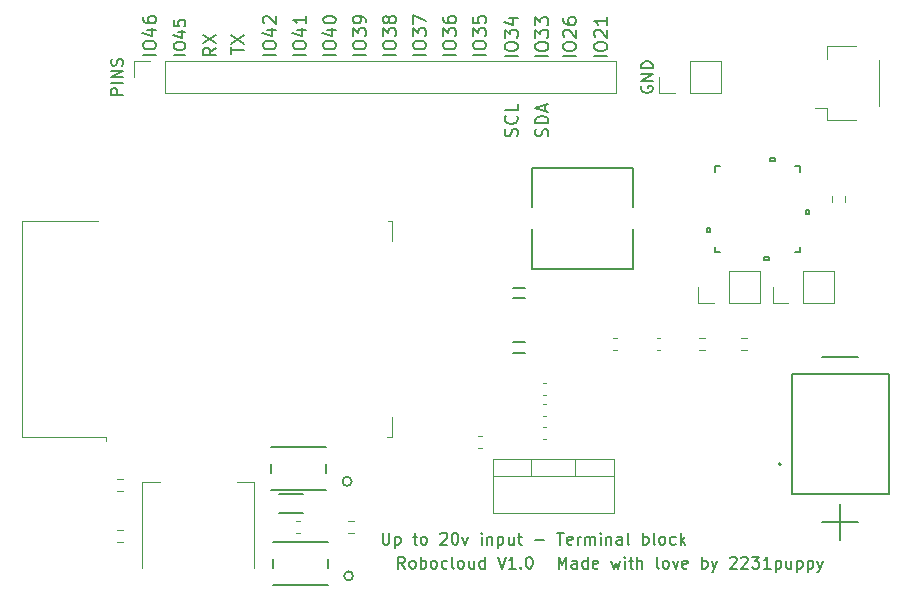
<source format=gbr>
%TF.GenerationSoftware,KiCad,Pcbnew,(5.1.9-0-10_14)*%
%TF.CreationDate,2021-04-08T19:41:26-04:00*%
%TF.ProjectId,RoboCloud,526f626f-436c-46f7-9564-2e6b69636164,rev?*%
%TF.SameCoordinates,Original*%
%TF.FileFunction,Legend,Top*%
%TF.FilePolarity,Positive*%
%FSLAX46Y46*%
G04 Gerber Fmt 4.6, Leading zero omitted, Abs format (unit mm)*
G04 Created by KiCad (PCBNEW (5.1.9-0-10_14)) date 2021-04-08 19:41:26*
%MOMM*%
%LPD*%
G01*
G04 APERTURE LIST*
%ADD10C,0.150000*%
%ADD11C,0.200000*%
%ADD12C,0.127000*%
%ADD13C,0.120000*%
%ADD14C,0.152400*%
G04 APERTURE END LIST*
D10*
X191516190Y-91725714D02*
X194563809Y-91725714D01*
X191516190Y-105695714D02*
X194563809Y-105695714D01*
X193040000Y-107219523D02*
X193040000Y-104171904D01*
D11*
X168288438Y-73090714D02*
X168340819Y-72933571D01*
X168340819Y-72671666D01*
X168288438Y-72566904D01*
X168236057Y-72514523D01*
X168131295Y-72462142D01*
X168026533Y-72462142D01*
X167921771Y-72514523D01*
X167869390Y-72566904D01*
X167817009Y-72671666D01*
X167764628Y-72881190D01*
X167712247Y-72985952D01*
X167659866Y-73038333D01*
X167555104Y-73090714D01*
X167450342Y-73090714D01*
X167345580Y-73038333D01*
X167293200Y-72985952D01*
X167240819Y-72881190D01*
X167240819Y-72619285D01*
X167293200Y-72462142D01*
X168340819Y-71990714D02*
X167240819Y-71990714D01*
X167240819Y-71728809D01*
X167293200Y-71571666D01*
X167397961Y-71466904D01*
X167502723Y-71414523D01*
X167712247Y-71362142D01*
X167869390Y-71362142D01*
X168078914Y-71414523D01*
X168183676Y-71466904D01*
X168288438Y-71571666D01*
X168340819Y-71728809D01*
X168340819Y-71990714D01*
X168026533Y-70943095D02*
X168026533Y-70419285D01*
X168340819Y-71047857D02*
X167240819Y-70681190D01*
X168340819Y-70314523D01*
X165697638Y-73064523D02*
X165750019Y-72907380D01*
X165750019Y-72645476D01*
X165697638Y-72540714D01*
X165645257Y-72488333D01*
X165540495Y-72435952D01*
X165435733Y-72435952D01*
X165330971Y-72488333D01*
X165278590Y-72540714D01*
X165226209Y-72645476D01*
X165173828Y-72855000D01*
X165121447Y-72959761D01*
X165069066Y-73012142D01*
X164964304Y-73064523D01*
X164859542Y-73064523D01*
X164754780Y-73012142D01*
X164702400Y-72959761D01*
X164650019Y-72855000D01*
X164650019Y-72593095D01*
X164702400Y-72435952D01*
X165645257Y-71335952D02*
X165697638Y-71388333D01*
X165750019Y-71545476D01*
X165750019Y-71650238D01*
X165697638Y-71807380D01*
X165592876Y-71912142D01*
X165488114Y-71964523D01*
X165278590Y-72016904D01*
X165121447Y-72016904D01*
X164911923Y-71964523D01*
X164807161Y-71912142D01*
X164702400Y-71807380D01*
X164650019Y-71650238D01*
X164650019Y-71545476D01*
X164702400Y-71388333D01*
X164754780Y-71335952D01*
X165750019Y-70340714D02*
X165750019Y-70864523D01*
X164650019Y-70864523D01*
D10*
X154295485Y-106640380D02*
X154295485Y-107449904D01*
X154343104Y-107545142D01*
X154390723Y-107592761D01*
X154485961Y-107640380D01*
X154676438Y-107640380D01*
X154771676Y-107592761D01*
X154819295Y-107545142D01*
X154866914Y-107449904D01*
X154866914Y-106640380D01*
X155343104Y-106973714D02*
X155343104Y-107973714D01*
X155343104Y-107021333D02*
X155438342Y-106973714D01*
X155628819Y-106973714D01*
X155724057Y-107021333D01*
X155771676Y-107068952D01*
X155819295Y-107164190D01*
X155819295Y-107449904D01*
X155771676Y-107545142D01*
X155724057Y-107592761D01*
X155628819Y-107640380D01*
X155438342Y-107640380D01*
X155343104Y-107592761D01*
X156866914Y-106973714D02*
X157247866Y-106973714D01*
X157009771Y-106640380D02*
X157009771Y-107497523D01*
X157057390Y-107592761D01*
X157152628Y-107640380D01*
X157247866Y-107640380D01*
X157724057Y-107640380D02*
X157628819Y-107592761D01*
X157581200Y-107545142D01*
X157533580Y-107449904D01*
X157533580Y-107164190D01*
X157581200Y-107068952D01*
X157628819Y-107021333D01*
X157724057Y-106973714D01*
X157866914Y-106973714D01*
X157962152Y-107021333D01*
X158009771Y-107068952D01*
X158057390Y-107164190D01*
X158057390Y-107449904D01*
X158009771Y-107545142D01*
X157962152Y-107592761D01*
X157866914Y-107640380D01*
X157724057Y-107640380D01*
X159200247Y-106735619D02*
X159247866Y-106688000D01*
X159343104Y-106640380D01*
X159581200Y-106640380D01*
X159676438Y-106688000D01*
X159724057Y-106735619D01*
X159771676Y-106830857D01*
X159771676Y-106926095D01*
X159724057Y-107068952D01*
X159152628Y-107640380D01*
X159771676Y-107640380D01*
X160390723Y-106640380D02*
X160485961Y-106640380D01*
X160581200Y-106688000D01*
X160628819Y-106735619D01*
X160676438Y-106830857D01*
X160724057Y-107021333D01*
X160724057Y-107259428D01*
X160676438Y-107449904D01*
X160628819Y-107545142D01*
X160581200Y-107592761D01*
X160485961Y-107640380D01*
X160390723Y-107640380D01*
X160295485Y-107592761D01*
X160247866Y-107545142D01*
X160200247Y-107449904D01*
X160152628Y-107259428D01*
X160152628Y-107021333D01*
X160200247Y-106830857D01*
X160247866Y-106735619D01*
X160295485Y-106688000D01*
X160390723Y-106640380D01*
X161057390Y-106973714D02*
X161295485Y-107640380D01*
X161533580Y-106973714D01*
X162676438Y-107640380D02*
X162676438Y-106973714D01*
X162676438Y-106640380D02*
X162628819Y-106688000D01*
X162676438Y-106735619D01*
X162724057Y-106688000D01*
X162676438Y-106640380D01*
X162676438Y-106735619D01*
X163152628Y-106973714D02*
X163152628Y-107640380D01*
X163152628Y-107068952D02*
X163200247Y-107021333D01*
X163295485Y-106973714D01*
X163438342Y-106973714D01*
X163533580Y-107021333D01*
X163581200Y-107116571D01*
X163581200Y-107640380D01*
X164057390Y-106973714D02*
X164057390Y-107973714D01*
X164057390Y-107021333D02*
X164152628Y-106973714D01*
X164343104Y-106973714D01*
X164438342Y-107021333D01*
X164485961Y-107068952D01*
X164533580Y-107164190D01*
X164533580Y-107449904D01*
X164485961Y-107545142D01*
X164438342Y-107592761D01*
X164343104Y-107640380D01*
X164152628Y-107640380D01*
X164057390Y-107592761D01*
X165390723Y-106973714D02*
X165390723Y-107640380D01*
X164962152Y-106973714D02*
X164962152Y-107497523D01*
X165009771Y-107592761D01*
X165105009Y-107640380D01*
X165247866Y-107640380D01*
X165343104Y-107592761D01*
X165390723Y-107545142D01*
X165724057Y-106973714D02*
X166105009Y-106973714D01*
X165866914Y-106640380D02*
X165866914Y-107497523D01*
X165914533Y-107592761D01*
X166009771Y-107640380D01*
X166105009Y-107640380D01*
X167200247Y-107259428D02*
X167962152Y-107259428D01*
X169057390Y-106640380D02*
X169628819Y-106640380D01*
X169343104Y-107640380D02*
X169343104Y-106640380D01*
X170343104Y-107592761D02*
X170247866Y-107640380D01*
X170057390Y-107640380D01*
X169962152Y-107592761D01*
X169914533Y-107497523D01*
X169914533Y-107116571D01*
X169962152Y-107021333D01*
X170057390Y-106973714D01*
X170247866Y-106973714D01*
X170343104Y-107021333D01*
X170390723Y-107116571D01*
X170390723Y-107211809D01*
X169914533Y-107307047D01*
X170819295Y-107640380D02*
X170819295Y-106973714D01*
X170819295Y-107164190D02*
X170866914Y-107068952D01*
X170914533Y-107021333D01*
X171009771Y-106973714D01*
X171105009Y-106973714D01*
X171438342Y-107640380D02*
X171438342Y-106973714D01*
X171438342Y-107068952D02*
X171485961Y-107021333D01*
X171581200Y-106973714D01*
X171724057Y-106973714D01*
X171819295Y-107021333D01*
X171866914Y-107116571D01*
X171866914Y-107640380D01*
X171866914Y-107116571D02*
X171914533Y-107021333D01*
X172009771Y-106973714D01*
X172152628Y-106973714D01*
X172247866Y-107021333D01*
X172295485Y-107116571D01*
X172295485Y-107640380D01*
X172771676Y-107640380D02*
X172771676Y-106973714D01*
X172771676Y-106640380D02*
X172724057Y-106688000D01*
X172771676Y-106735619D01*
X172819295Y-106688000D01*
X172771676Y-106640380D01*
X172771676Y-106735619D01*
X173247866Y-106973714D02*
X173247866Y-107640380D01*
X173247866Y-107068952D02*
X173295485Y-107021333D01*
X173390723Y-106973714D01*
X173533580Y-106973714D01*
X173628819Y-107021333D01*
X173676438Y-107116571D01*
X173676438Y-107640380D01*
X174581200Y-107640380D02*
X174581200Y-107116571D01*
X174533580Y-107021333D01*
X174438342Y-106973714D01*
X174247866Y-106973714D01*
X174152628Y-107021333D01*
X174581200Y-107592761D02*
X174485961Y-107640380D01*
X174247866Y-107640380D01*
X174152628Y-107592761D01*
X174105009Y-107497523D01*
X174105009Y-107402285D01*
X174152628Y-107307047D01*
X174247866Y-107259428D01*
X174485961Y-107259428D01*
X174581200Y-107211809D01*
X175200247Y-107640380D02*
X175105009Y-107592761D01*
X175057390Y-107497523D01*
X175057390Y-106640380D01*
X176343104Y-107640380D02*
X176343104Y-106640380D01*
X176343104Y-107021333D02*
X176438342Y-106973714D01*
X176628819Y-106973714D01*
X176724057Y-107021333D01*
X176771676Y-107068952D01*
X176819295Y-107164190D01*
X176819295Y-107449904D01*
X176771676Y-107545142D01*
X176724057Y-107592761D01*
X176628819Y-107640380D01*
X176438342Y-107640380D01*
X176343104Y-107592761D01*
X177390723Y-107640380D02*
X177295485Y-107592761D01*
X177247866Y-107497523D01*
X177247866Y-106640380D01*
X177914533Y-107640380D02*
X177819295Y-107592761D01*
X177771676Y-107545142D01*
X177724057Y-107449904D01*
X177724057Y-107164190D01*
X177771676Y-107068952D01*
X177819295Y-107021333D01*
X177914533Y-106973714D01*
X178057390Y-106973714D01*
X178152628Y-107021333D01*
X178200247Y-107068952D01*
X178247866Y-107164190D01*
X178247866Y-107449904D01*
X178200247Y-107545142D01*
X178152628Y-107592761D01*
X178057390Y-107640380D01*
X177914533Y-107640380D01*
X179105009Y-107592761D02*
X179009771Y-107640380D01*
X178819295Y-107640380D01*
X178724057Y-107592761D01*
X178676438Y-107545142D01*
X178628819Y-107449904D01*
X178628819Y-107164190D01*
X178676438Y-107068952D01*
X178724057Y-107021333D01*
X178819295Y-106973714D01*
X179009771Y-106973714D01*
X179105009Y-107021333D01*
X179533580Y-107640380D02*
X179533580Y-106640380D01*
X179628819Y-107259428D02*
X179914533Y-107640380D01*
X179914533Y-106973714D02*
X179533580Y-107354666D01*
X156194761Y-109672380D02*
X155861428Y-109196190D01*
X155623333Y-109672380D02*
X155623333Y-108672380D01*
X156004285Y-108672380D01*
X156099523Y-108720000D01*
X156147142Y-108767619D01*
X156194761Y-108862857D01*
X156194761Y-109005714D01*
X156147142Y-109100952D01*
X156099523Y-109148571D01*
X156004285Y-109196190D01*
X155623333Y-109196190D01*
X156766190Y-109672380D02*
X156670952Y-109624761D01*
X156623333Y-109577142D01*
X156575714Y-109481904D01*
X156575714Y-109196190D01*
X156623333Y-109100952D01*
X156670952Y-109053333D01*
X156766190Y-109005714D01*
X156909047Y-109005714D01*
X157004285Y-109053333D01*
X157051904Y-109100952D01*
X157099523Y-109196190D01*
X157099523Y-109481904D01*
X157051904Y-109577142D01*
X157004285Y-109624761D01*
X156909047Y-109672380D01*
X156766190Y-109672380D01*
X157528095Y-109672380D02*
X157528095Y-108672380D01*
X157528095Y-109053333D02*
X157623333Y-109005714D01*
X157813809Y-109005714D01*
X157909047Y-109053333D01*
X157956666Y-109100952D01*
X158004285Y-109196190D01*
X158004285Y-109481904D01*
X157956666Y-109577142D01*
X157909047Y-109624761D01*
X157813809Y-109672380D01*
X157623333Y-109672380D01*
X157528095Y-109624761D01*
X158575714Y-109672380D02*
X158480476Y-109624761D01*
X158432857Y-109577142D01*
X158385238Y-109481904D01*
X158385238Y-109196190D01*
X158432857Y-109100952D01*
X158480476Y-109053333D01*
X158575714Y-109005714D01*
X158718571Y-109005714D01*
X158813809Y-109053333D01*
X158861428Y-109100952D01*
X158909047Y-109196190D01*
X158909047Y-109481904D01*
X158861428Y-109577142D01*
X158813809Y-109624761D01*
X158718571Y-109672380D01*
X158575714Y-109672380D01*
X159766190Y-109624761D02*
X159670952Y-109672380D01*
X159480476Y-109672380D01*
X159385238Y-109624761D01*
X159337619Y-109577142D01*
X159290000Y-109481904D01*
X159290000Y-109196190D01*
X159337619Y-109100952D01*
X159385238Y-109053333D01*
X159480476Y-109005714D01*
X159670952Y-109005714D01*
X159766190Y-109053333D01*
X160337619Y-109672380D02*
X160242380Y-109624761D01*
X160194761Y-109529523D01*
X160194761Y-108672380D01*
X160861428Y-109672380D02*
X160766190Y-109624761D01*
X160718571Y-109577142D01*
X160670952Y-109481904D01*
X160670952Y-109196190D01*
X160718571Y-109100952D01*
X160766190Y-109053333D01*
X160861428Y-109005714D01*
X161004285Y-109005714D01*
X161099523Y-109053333D01*
X161147142Y-109100952D01*
X161194761Y-109196190D01*
X161194761Y-109481904D01*
X161147142Y-109577142D01*
X161099523Y-109624761D01*
X161004285Y-109672380D01*
X160861428Y-109672380D01*
X162051904Y-109005714D02*
X162051904Y-109672380D01*
X161623333Y-109005714D02*
X161623333Y-109529523D01*
X161670952Y-109624761D01*
X161766190Y-109672380D01*
X161909047Y-109672380D01*
X162004285Y-109624761D01*
X162051904Y-109577142D01*
X162956666Y-109672380D02*
X162956666Y-108672380D01*
X162956666Y-109624761D02*
X162861428Y-109672380D01*
X162670952Y-109672380D01*
X162575714Y-109624761D01*
X162528095Y-109577142D01*
X162480476Y-109481904D01*
X162480476Y-109196190D01*
X162528095Y-109100952D01*
X162575714Y-109053333D01*
X162670952Y-109005714D01*
X162861428Y-109005714D01*
X162956666Y-109053333D01*
X164051904Y-108672380D02*
X164385238Y-109672380D01*
X164718571Y-108672380D01*
X165575714Y-109672380D02*
X165004285Y-109672380D01*
X165290000Y-109672380D02*
X165290000Y-108672380D01*
X165194761Y-108815238D01*
X165099523Y-108910476D01*
X165004285Y-108958095D01*
X166004285Y-109577142D02*
X166051904Y-109624761D01*
X166004285Y-109672380D01*
X165956666Y-109624761D01*
X166004285Y-109577142D01*
X166004285Y-109672380D01*
X166670952Y-108672380D02*
X166766190Y-108672380D01*
X166861428Y-108720000D01*
X166909047Y-108767619D01*
X166956666Y-108862857D01*
X167004285Y-109053333D01*
X167004285Y-109291428D01*
X166956666Y-109481904D01*
X166909047Y-109577142D01*
X166861428Y-109624761D01*
X166766190Y-109672380D01*
X166670952Y-109672380D01*
X166575714Y-109624761D01*
X166528095Y-109577142D01*
X166480476Y-109481904D01*
X166432857Y-109291428D01*
X166432857Y-109053333D01*
X166480476Y-108862857D01*
X166528095Y-108767619D01*
X166575714Y-108720000D01*
X166670952Y-108672380D01*
X169197142Y-109672380D02*
X169197142Y-108672380D01*
X169530476Y-109386666D01*
X169863809Y-108672380D01*
X169863809Y-109672380D01*
X170768571Y-109672380D02*
X170768571Y-109148571D01*
X170720952Y-109053333D01*
X170625714Y-109005714D01*
X170435238Y-109005714D01*
X170340000Y-109053333D01*
X170768571Y-109624761D02*
X170673333Y-109672380D01*
X170435238Y-109672380D01*
X170340000Y-109624761D01*
X170292380Y-109529523D01*
X170292380Y-109434285D01*
X170340000Y-109339047D01*
X170435238Y-109291428D01*
X170673333Y-109291428D01*
X170768571Y-109243809D01*
X171673333Y-109672380D02*
X171673333Y-108672380D01*
X171673333Y-109624761D02*
X171578095Y-109672380D01*
X171387619Y-109672380D01*
X171292380Y-109624761D01*
X171244761Y-109577142D01*
X171197142Y-109481904D01*
X171197142Y-109196190D01*
X171244761Y-109100952D01*
X171292380Y-109053333D01*
X171387619Y-109005714D01*
X171578095Y-109005714D01*
X171673333Y-109053333D01*
X172530476Y-109624761D02*
X172435238Y-109672380D01*
X172244761Y-109672380D01*
X172149523Y-109624761D01*
X172101904Y-109529523D01*
X172101904Y-109148571D01*
X172149523Y-109053333D01*
X172244761Y-109005714D01*
X172435238Y-109005714D01*
X172530476Y-109053333D01*
X172578095Y-109148571D01*
X172578095Y-109243809D01*
X172101904Y-109339047D01*
X173673333Y-109005714D02*
X173863809Y-109672380D01*
X174054285Y-109196190D01*
X174244761Y-109672380D01*
X174435238Y-109005714D01*
X174816190Y-109672380D02*
X174816190Y-109005714D01*
X174816190Y-108672380D02*
X174768571Y-108720000D01*
X174816190Y-108767619D01*
X174863809Y-108720000D01*
X174816190Y-108672380D01*
X174816190Y-108767619D01*
X175149523Y-109005714D02*
X175530476Y-109005714D01*
X175292380Y-108672380D02*
X175292380Y-109529523D01*
X175340000Y-109624761D01*
X175435238Y-109672380D01*
X175530476Y-109672380D01*
X175863809Y-109672380D02*
X175863809Y-108672380D01*
X176292380Y-109672380D02*
X176292380Y-109148571D01*
X176244761Y-109053333D01*
X176149523Y-109005714D01*
X176006666Y-109005714D01*
X175911428Y-109053333D01*
X175863809Y-109100952D01*
X177673333Y-109672380D02*
X177578095Y-109624761D01*
X177530476Y-109529523D01*
X177530476Y-108672380D01*
X178197142Y-109672380D02*
X178101904Y-109624761D01*
X178054285Y-109577142D01*
X178006666Y-109481904D01*
X178006666Y-109196190D01*
X178054285Y-109100952D01*
X178101904Y-109053333D01*
X178197142Y-109005714D01*
X178340000Y-109005714D01*
X178435238Y-109053333D01*
X178482857Y-109100952D01*
X178530476Y-109196190D01*
X178530476Y-109481904D01*
X178482857Y-109577142D01*
X178435238Y-109624761D01*
X178340000Y-109672380D01*
X178197142Y-109672380D01*
X178863809Y-109005714D02*
X179101904Y-109672380D01*
X179340000Y-109005714D01*
X180101904Y-109624761D02*
X180006666Y-109672380D01*
X179816190Y-109672380D01*
X179720952Y-109624761D01*
X179673333Y-109529523D01*
X179673333Y-109148571D01*
X179720952Y-109053333D01*
X179816190Y-109005714D01*
X180006666Y-109005714D01*
X180101904Y-109053333D01*
X180149523Y-109148571D01*
X180149523Y-109243809D01*
X179673333Y-109339047D01*
X181340000Y-109672380D02*
X181340000Y-108672380D01*
X181340000Y-109053333D02*
X181435238Y-109005714D01*
X181625714Y-109005714D01*
X181720952Y-109053333D01*
X181768571Y-109100952D01*
X181816190Y-109196190D01*
X181816190Y-109481904D01*
X181768571Y-109577142D01*
X181720952Y-109624761D01*
X181625714Y-109672380D01*
X181435238Y-109672380D01*
X181340000Y-109624761D01*
X182149523Y-109005714D02*
X182387619Y-109672380D01*
X182625714Y-109005714D02*
X182387619Y-109672380D01*
X182292380Y-109910476D01*
X182244761Y-109958095D01*
X182149523Y-110005714D01*
X183720952Y-108767619D02*
X183768571Y-108720000D01*
X183863809Y-108672380D01*
X184101904Y-108672380D01*
X184197142Y-108720000D01*
X184244761Y-108767619D01*
X184292380Y-108862857D01*
X184292380Y-108958095D01*
X184244761Y-109100952D01*
X183673333Y-109672380D01*
X184292380Y-109672380D01*
X184673333Y-108767619D02*
X184720952Y-108720000D01*
X184816190Y-108672380D01*
X185054285Y-108672380D01*
X185149523Y-108720000D01*
X185197142Y-108767619D01*
X185244761Y-108862857D01*
X185244761Y-108958095D01*
X185197142Y-109100952D01*
X184625714Y-109672380D01*
X185244761Y-109672380D01*
X185578095Y-108672380D02*
X186197142Y-108672380D01*
X185863809Y-109053333D01*
X186006666Y-109053333D01*
X186101904Y-109100952D01*
X186149523Y-109148571D01*
X186197142Y-109243809D01*
X186197142Y-109481904D01*
X186149523Y-109577142D01*
X186101904Y-109624761D01*
X186006666Y-109672380D01*
X185720952Y-109672380D01*
X185625714Y-109624761D01*
X185578095Y-109577142D01*
X187149523Y-109672380D02*
X186578095Y-109672380D01*
X186863809Y-109672380D02*
X186863809Y-108672380D01*
X186768571Y-108815238D01*
X186673333Y-108910476D01*
X186578095Y-108958095D01*
X187578095Y-109005714D02*
X187578095Y-110005714D01*
X187578095Y-109053333D02*
X187673333Y-109005714D01*
X187863809Y-109005714D01*
X187959047Y-109053333D01*
X188006666Y-109100952D01*
X188054285Y-109196190D01*
X188054285Y-109481904D01*
X188006666Y-109577142D01*
X187959047Y-109624761D01*
X187863809Y-109672380D01*
X187673333Y-109672380D01*
X187578095Y-109624761D01*
X188911428Y-109005714D02*
X188911428Y-109672380D01*
X188482857Y-109005714D02*
X188482857Y-109529523D01*
X188530476Y-109624761D01*
X188625714Y-109672380D01*
X188768571Y-109672380D01*
X188863809Y-109624761D01*
X188911428Y-109577142D01*
X189387619Y-109005714D02*
X189387619Y-110005714D01*
X189387619Y-109053333D02*
X189482857Y-109005714D01*
X189673333Y-109005714D01*
X189768571Y-109053333D01*
X189816190Y-109100952D01*
X189863809Y-109196190D01*
X189863809Y-109481904D01*
X189816190Y-109577142D01*
X189768571Y-109624761D01*
X189673333Y-109672380D01*
X189482857Y-109672380D01*
X189387619Y-109624761D01*
X190292380Y-109005714D02*
X190292380Y-110005714D01*
X190292380Y-109053333D02*
X190387619Y-109005714D01*
X190578095Y-109005714D01*
X190673333Y-109053333D01*
X190720952Y-109100952D01*
X190768571Y-109196190D01*
X190768571Y-109481904D01*
X190720952Y-109577142D01*
X190673333Y-109624761D01*
X190578095Y-109672380D01*
X190387619Y-109672380D01*
X190292380Y-109624761D01*
X191101904Y-109005714D02*
X191339999Y-109672380D01*
X191578095Y-109005714D02*
X191339999Y-109672380D01*
X191244761Y-109910476D01*
X191197142Y-109958095D01*
X191101904Y-110005714D01*
D11*
X173319219Y-66292209D02*
X172219219Y-66292209D01*
X172219219Y-65558876D02*
X172219219Y-65349352D01*
X172271600Y-65244590D01*
X172376361Y-65139828D01*
X172585885Y-65087447D01*
X172952552Y-65087447D01*
X173162076Y-65139828D01*
X173266838Y-65244590D01*
X173319219Y-65349352D01*
X173319219Y-65558876D01*
X173266838Y-65663638D01*
X173162076Y-65768400D01*
X172952552Y-65820780D01*
X172585885Y-65820780D01*
X172376361Y-65768400D01*
X172271600Y-65663638D01*
X172219219Y-65558876D01*
X172323980Y-64668400D02*
X172271600Y-64616019D01*
X172219219Y-64511257D01*
X172219219Y-64249352D01*
X172271600Y-64144590D01*
X172323980Y-64092209D01*
X172428742Y-64039828D01*
X172533504Y-64039828D01*
X172690647Y-64092209D01*
X173319219Y-64720780D01*
X173319219Y-64039828D01*
X173319219Y-62992209D02*
X173319219Y-63620780D01*
X173319219Y-63306495D02*
X172219219Y-63306495D01*
X172376361Y-63411257D01*
X172481123Y-63516019D01*
X172533504Y-63620780D01*
X170677619Y-66292209D02*
X169577619Y-66292209D01*
X169577619Y-65558876D02*
X169577619Y-65349352D01*
X169630000Y-65244590D01*
X169734761Y-65139828D01*
X169944285Y-65087447D01*
X170310952Y-65087447D01*
X170520476Y-65139828D01*
X170625238Y-65244590D01*
X170677619Y-65349352D01*
X170677619Y-65558876D01*
X170625238Y-65663638D01*
X170520476Y-65768400D01*
X170310952Y-65820780D01*
X169944285Y-65820780D01*
X169734761Y-65768400D01*
X169630000Y-65663638D01*
X169577619Y-65558876D01*
X169682380Y-64668400D02*
X169630000Y-64616019D01*
X169577619Y-64511257D01*
X169577619Y-64249352D01*
X169630000Y-64144590D01*
X169682380Y-64092209D01*
X169787142Y-64039828D01*
X169891904Y-64039828D01*
X170049047Y-64092209D01*
X170677619Y-64720780D01*
X170677619Y-64039828D01*
X169577619Y-63096971D02*
X169577619Y-63306495D01*
X169630000Y-63411257D01*
X169682380Y-63463638D01*
X169839523Y-63568400D01*
X170049047Y-63620780D01*
X170468095Y-63620780D01*
X170572857Y-63568400D01*
X170625238Y-63516019D01*
X170677619Y-63411257D01*
X170677619Y-63201733D01*
X170625238Y-63096971D01*
X170572857Y-63044590D01*
X170468095Y-62992209D01*
X170206190Y-62992209D01*
X170101428Y-63044590D01*
X170049047Y-63096971D01*
X169996666Y-63201733D01*
X169996666Y-63411257D01*
X170049047Y-63516019D01*
X170101428Y-63568400D01*
X170206190Y-63620780D01*
X168340819Y-66292209D02*
X167240819Y-66292209D01*
X167240819Y-65558876D02*
X167240819Y-65349352D01*
X167293200Y-65244590D01*
X167397961Y-65139828D01*
X167607485Y-65087447D01*
X167974152Y-65087447D01*
X168183676Y-65139828D01*
X168288438Y-65244590D01*
X168340819Y-65349352D01*
X168340819Y-65558876D01*
X168288438Y-65663638D01*
X168183676Y-65768400D01*
X167974152Y-65820780D01*
X167607485Y-65820780D01*
X167397961Y-65768400D01*
X167293200Y-65663638D01*
X167240819Y-65558876D01*
X167240819Y-64720780D02*
X167240819Y-64039828D01*
X167659866Y-64406495D01*
X167659866Y-64249352D01*
X167712247Y-64144590D01*
X167764628Y-64092209D01*
X167869390Y-64039828D01*
X168131295Y-64039828D01*
X168236057Y-64092209D01*
X168288438Y-64144590D01*
X168340819Y-64249352D01*
X168340819Y-64563638D01*
X168288438Y-64668400D01*
X168236057Y-64720780D01*
X167240819Y-63673161D02*
X167240819Y-62992209D01*
X167659866Y-63358876D01*
X167659866Y-63201733D01*
X167712247Y-63096971D01*
X167764628Y-63044590D01*
X167869390Y-62992209D01*
X168131295Y-62992209D01*
X168236057Y-63044590D01*
X168288438Y-63096971D01*
X168340819Y-63201733D01*
X168340819Y-63516019D01*
X168288438Y-63620780D01*
X168236057Y-63673161D01*
X165750019Y-66292209D02*
X164650019Y-66292209D01*
X164650019Y-65558876D02*
X164650019Y-65349352D01*
X164702400Y-65244590D01*
X164807161Y-65139828D01*
X165016685Y-65087447D01*
X165383352Y-65087447D01*
X165592876Y-65139828D01*
X165697638Y-65244590D01*
X165750019Y-65349352D01*
X165750019Y-65558876D01*
X165697638Y-65663638D01*
X165592876Y-65768400D01*
X165383352Y-65820780D01*
X165016685Y-65820780D01*
X164807161Y-65768400D01*
X164702400Y-65663638D01*
X164650019Y-65558876D01*
X164650019Y-64720780D02*
X164650019Y-64039828D01*
X165069066Y-64406495D01*
X165069066Y-64249352D01*
X165121447Y-64144590D01*
X165173828Y-64092209D01*
X165278590Y-64039828D01*
X165540495Y-64039828D01*
X165645257Y-64092209D01*
X165697638Y-64144590D01*
X165750019Y-64249352D01*
X165750019Y-64563638D01*
X165697638Y-64668400D01*
X165645257Y-64720780D01*
X165016685Y-63096971D02*
X165750019Y-63096971D01*
X164597638Y-63358876D02*
X165383352Y-63620780D01*
X165383352Y-62939828D01*
X163057619Y-66190609D02*
X161957619Y-66190609D01*
X161957619Y-65457276D02*
X161957619Y-65247752D01*
X162010000Y-65142990D01*
X162114761Y-65038228D01*
X162324285Y-64985847D01*
X162690952Y-64985847D01*
X162900476Y-65038228D01*
X163005238Y-65142990D01*
X163057619Y-65247752D01*
X163057619Y-65457276D01*
X163005238Y-65562038D01*
X162900476Y-65666800D01*
X162690952Y-65719180D01*
X162324285Y-65719180D01*
X162114761Y-65666800D01*
X162010000Y-65562038D01*
X161957619Y-65457276D01*
X161957619Y-64619180D02*
X161957619Y-63938228D01*
X162376666Y-64304895D01*
X162376666Y-64147752D01*
X162429047Y-64042990D01*
X162481428Y-63990609D01*
X162586190Y-63938228D01*
X162848095Y-63938228D01*
X162952857Y-63990609D01*
X163005238Y-64042990D01*
X163057619Y-64147752D01*
X163057619Y-64462038D01*
X163005238Y-64566800D01*
X162952857Y-64619180D01*
X161957619Y-62942990D02*
X161957619Y-63466800D01*
X162481428Y-63519180D01*
X162429047Y-63466800D01*
X162376666Y-63362038D01*
X162376666Y-63100133D01*
X162429047Y-62995371D01*
X162481428Y-62942990D01*
X162586190Y-62890609D01*
X162848095Y-62890609D01*
X162952857Y-62942990D01*
X163005238Y-62995371D01*
X163057619Y-63100133D01*
X163057619Y-63362038D01*
X163005238Y-63466800D01*
X162952857Y-63519180D01*
X160517619Y-66190609D02*
X159417619Y-66190609D01*
X159417619Y-65457276D02*
X159417619Y-65247752D01*
X159470000Y-65142990D01*
X159574761Y-65038228D01*
X159784285Y-64985847D01*
X160150952Y-64985847D01*
X160360476Y-65038228D01*
X160465238Y-65142990D01*
X160517619Y-65247752D01*
X160517619Y-65457276D01*
X160465238Y-65562038D01*
X160360476Y-65666800D01*
X160150952Y-65719180D01*
X159784285Y-65719180D01*
X159574761Y-65666800D01*
X159470000Y-65562038D01*
X159417619Y-65457276D01*
X159417619Y-64619180D02*
X159417619Y-63938228D01*
X159836666Y-64304895D01*
X159836666Y-64147752D01*
X159889047Y-64042990D01*
X159941428Y-63990609D01*
X160046190Y-63938228D01*
X160308095Y-63938228D01*
X160412857Y-63990609D01*
X160465238Y-64042990D01*
X160517619Y-64147752D01*
X160517619Y-64462038D01*
X160465238Y-64566800D01*
X160412857Y-64619180D01*
X159417619Y-62995371D02*
X159417619Y-63204895D01*
X159470000Y-63309657D01*
X159522380Y-63362038D01*
X159679523Y-63466800D01*
X159889047Y-63519180D01*
X160308095Y-63519180D01*
X160412857Y-63466800D01*
X160465238Y-63414419D01*
X160517619Y-63309657D01*
X160517619Y-63100133D01*
X160465238Y-62995371D01*
X160412857Y-62942990D01*
X160308095Y-62890609D01*
X160046190Y-62890609D01*
X159941428Y-62942990D01*
X159889047Y-62995371D01*
X159836666Y-63100133D01*
X159836666Y-63309657D01*
X159889047Y-63414419D01*
X159941428Y-63466800D01*
X160046190Y-63519180D01*
X157977619Y-66190609D02*
X156877619Y-66190609D01*
X156877619Y-65457276D02*
X156877619Y-65247752D01*
X156930000Y-65142990D01*
X157034761Y-65038228D01*
X157244285Y-64985847D01*
X157610952Y-64985847D01*
X157820476Y-65038228D01*
X157925238Y-65142990D01*
X157977619Y-65247752D01*
X157977619Y-65457276D01*
X157925238Y-65562038D01*
X157820476Y-65666800D01*
X157610952Y-65719180D01*
X157244285Y-65719180D01*
X157034761Y-65666800D01*
X156930000Y-65562038D01*
X156877619Y-65457276D01*
X156877619Y-64619180D02*
X156877619Y-63938228D01*
X157296666Y-64304895D01*
X157296666Y-64147752D01*
X157349047Y-64042990D01*
X157401428Y-63990609D01*
X157506190Y-63938228D01*
X157768095Y-63938228D01*
X157872857Y-63990609D01*
X157925238Y-64042990D01*
X157977619Y-64147752D01*
X157977619Y-64462038D01*
X157925238Y-64566800D01*
X157872857Y-64619180D01*
X156877619Y-63571561D02*
X156877619Y-62838228D01*
X157977619Y-63309657D01*
X155437619Y-66190609D02*
X154337619Y-66190609D01*
X154337619Y-65457276D02*
X154337619Y-65247752D01*
X154390000Y-65142990D01*
X154494761Y-65038228D01*
X154704285Y-64985847D01*
X155070952Y-64985847D01*
X155280476Y-65038228D01*
X155385238Y-65142990D01*
X155437619Y-65247752D01*
X155437619Y-65457276D01*
X155385238Y-65562038D01*
X155280476Y-65666800D01*
X155070952Y-65719180D01*
X154704285Y-65719180D01*
X154494761Y-65666800D01*
X154390000Y-65562038D01*
X154337619Y-65457276D01*
X154337619Y-64619180D02*
X154337619Y-63938228D01*
X154756666Y-64304895D01*
X154756666Y-64147752D01*
X154809047Y-64042990D01*
X154861428Y-63990609D01*
X154966190Y-63938228D01*
X155228095Y-63938228D01*
X155332857Y-63990609D01*
X155385238Y-64042990D01*
X155437619Y-64147752D01*
X155437619Y-64462038D01*
X155385238Y-64566800D01*
X155332857Y-64619180D01*
X154809047Y-63309657D02*
X154756666Y-63414419D01*
X154704285Y-63466800D01*
X154599523Y-63519180D01*
X154547142Y-63519180D01*
X154442380Y-63466800D01*
X154390000Y-63414419D01*
X154337619Y-63309657D01*
X154337619Y-63100133D01*
X154390000Y-62995371D01*
X154442380Y-62942990D01*
X154547142Y-62890609D01*
X154599523Y-62890609D01*
X154704285Y-62942990D01*
X154756666Y-62995371D01*
X154809047Y-63100133D01*
X154809047Y-63309657D01*
X154861428Y-63414419D01*
X154913809Y-63466800D01*
X155018571Y-63519180D01*
X155228095Y-63519180D01*
X155332857Y-63466800D01*
X155385238Y-63414419D01*
X155437619Y-63309657D01*
X155437619Y-63100133D01*
X155385238Y-62995371D01*
X155332857Y-62942990D01*
X155228095Y-62890609D01*
X155018571Y-62890609D01*
X154913809Y-62942990D01*
X154861428Y-62995371D01*
X154809047Y-63100133D01*
X152897619Y-66190609D02*
X151797619Y-66190609D01*
X151797619Y-65457276D02*
X151797619Y-65247752D01*
X151850000Y-65142990D01*
X151954761Y-65038228D01*
X152164285Y-64985847D01*
X152530952Y-64985847D01*
X152740476Y-65038228D01*
X152845238Y-65142990D01*
X152897619Y-65247752D01*
X152897619Y-65457276D01*
X152845238Y-65562038D01*
X152740476Y-65666800D01*
X152530952Y-65719180D01*
X152164285Y-65719180D01*
X151954761Y-65666800D01*
X151850000Y-65562038D01*
X151797619Y-65457276D01*
X151797619Y-64619180D02*
X151797619Y-63938228D01*
X152216666Y-64304895D01*
X152216666Y-64147752D01*
X152269047Y-64042990D01*
X152321428Y-63990609D01*
X152426190Y-63938228D01*
X152688095Y-63938228D01*
X152792857Y-63990609D01*
X152845238Y-64042990D01*
X152897619Y-64147752D01*
X152897619Y-64462038D01*
X152845238Y-64566800D01*
X152792857Y-64619180D01*
X152897619Y-63414419D02*
X152897619Y-63204895D01*
X152845238Y-63100133D01*
X152792857Y-63047752D01*
X152635714Y-62942990D01*
X152426190Y-62890609D01*
X152007142Y-62890609D01*
X151902380Y-62942990D01*
X151850000Y-62995371D01*
X151797619Y-63100133D01*
X151797619Y-63309657D01*
X151850000Y-63414419D01*
X151902380Y-63466800D01*
X152007142Y-63519180D01*
X152269047Y-63519180D01*
X152373809Y-63466800D01*
X152426190Y-63414419D01*
X152478571Y-63309657D01*
X152478571Y-63100133D01*
X152426190Y-62995371D01*
X152373809Y-62942990D01*
X152269047Y-62890609D01*
X150357619Y-66190609D02*
X149257619Y-66190609D01*
X149257619Y-65457276D02*
X149257619Y-65247752D01*
X149310000Y-65142990D01*
X149414761Y-65038228D01*
X149624285Y-64985847D01*
X149990952Y-64985847D01*
X150200476Y-65038228D01*
X150305238Y-65142990D01*
X150357619Y-65247752D01*
X150357619Y-65457276D01*
X150305238Y-65562038D01*
X150200476Y-65666800D01*
X149990952Y-65719180D01*
X149624285Y-65719180D01*
X149414761Y-65666800D01*
X149310000Y-65562038D01*
X149257619Y-65457276D01*
X149624285Y-64042990D02*
X150357619Y-64042990D01*
X149205238Y-64304895D02*
X149990952Y-64566800D01*
X149990952Y-63885847D01*
X149257619Y-63257276D02*
X149257619Y-63152514D01*
X149310000Y-63047752D01*
X149362380Y-62995371D01*
X149467142Y-62942990D01*
X149676666Y-62890609D01*
X149938571Y-62890609D01*
X150148095Y-62942990D01*
X150252857Y-62995371D01*
X150305238Y-63047752D01*
X150357619Y-63152514D01*
X150357619Y-63257276D01*
X150305238Y-63362038D01*
X150252857Y-63414419D01*
X150148095Y-63466800D01*
X149938571Y-63519180D01*
X149676666Y-63519180D01*
X149467142Y-63466800D01*
X149362380Y-63414419D01*
X149310000Y-63362038D01*
X149257619Y-63257276D01*
X147817619Y-66190609D02*
X146717619Y-66190609D01*
X146717619Y-65457276D02*
X146717619Y-65247752D01*
X146770000Y-65142990D01*
X146874761Y-65038228D01*
X147084285Y-64985847D01*
X147450952Y-64985847D01*
X147660476Y-65038228D01*
X147765238Y-65142990D01*
X147817619Y-65247752D01*
X147817619Y-65457276D01*
X147765238Y-65562038D01*
X147660476Y-65666800D01*
X147450952Y-65719180D01*
X147084285Y-65719180D01*
X146874761Y-65666800D01*
X146770000Y-65562038D01*
X146717619Y-65457276D01*
X147084285Y-64042990D02*
X147817619Y-64042990D01*
X146665238Y-64304895D02*
X147450952Y-64566800D01*
X147450952Y-63885847D01*
X147817619Y-62890609D02*
X147817619Y-63519180D01*
X147817619Y-63204895D02*
X146717619Y-63204895D01*
X146874761Y-63309657D01*
X146979523Y-63414419D01*
X147031904Y-63519180D01*
X145277619Y-66190609D02*
X144177619Y-66190609D01*
X144177619Y-65457276D02*
X144177619Y-65247752D01*
X144230000Y-65142990D01*
X144334761Y-65038228D01*
X144544285Y-64985847D01*
X144910952Y-64985847D01*
X145120476Y-65038228D01*
X145225238Y-65142990D01*
X145277619Y-65247752D01*
X145277619Y-65457276D01*
X145225238Y-65562038D01*
X145120476Y-65666800D01*
X144910952Y-65719180D01*
X144544285Y-65719180D01*
X144334761Y-65666800D01*
X144230000Y-65562038D01*
X144177619Y-65457276D01*
X144544285Y-64042990D02*
X145277619Y-64042990D01*
X144125238Y-64304895D02*
X144910952Y-64566800D01*
X144910952Y-63885847D01*
X144282380Y-63519180D02*
X144230000Y-63466800D01*
X144177619Y-63362038D01*
X144177619Y-63100133D01*
X144230000Y-62995371D01*
X144282380Y-62942990D01*
X144387142Y-62890609D01*
X144491904Y-62890609D01*
X144649047Y-62942990D01*
X145277619Y-63571561D01*
X145277619Y-62890609D01*
X141485219Y-66116095D02*
X141485219Y-65487523D01*
X142585219Y-65801809D02*
X141485219Y-65801809D01*
X141485219Y-65225619D02*
X142585219Y-64492285D01*
X141485219Y-64492285D02*
X142585219Y-65225619D01*
X140197619Y-65562933D02*
X139673809Y-65929600D01*
X140197619Y-66191504D02*
X139097619Y-66191504D01*
X139097619Y-65772457D01*
X139150000Y-65667695D01*
X139202380Y-65615314D01*
X139307142Y-65562933D01*
X139464285Y-65562933D01*
X139569047Y-65615314D01*
X139621428Y-65667695D01*
X139673809Y-65772457D01*
X139673809Y-66191504D01*
X139097619Y-65196266D02*
X140197619Y-64462933D01*
X139097619Y-64462933D02*
X140197619Y-65196266D01*
X137612380Y-66195390D02*
X136612380Y-66195390D01*
X136612380Y-65528723D02*
X136612380Y-65338247D01*
X136660000Y-65243009D01*
X136755238Y-65147771D01*
X136945714Y-65100152D01*
X137279047Y-65100152D01*
X137469523Y-65147771D01*
X137564761Y-65243009D01*
X137612380Y-65338247D01*
X137612380Y-65528723D01*
X137564761Y-65623961D01*
X137469523Y-65719200D01*
X137279047Y-65766819D01*
X136945714Y-65766819D01*
X136755238Y-65719200D01*
X136660000Y-65623961D01*
X136612380Y-65528723D01*
X136945714Y-64243009D02*
X137612380Y-64243009D01*
X136564761Y-64481104D02*
X137279047Y-64719200D01*
X137279047Y-64100152D01*
X136612380Y-63243009D02*
X136612380Y-63719200D01*
X137088571Y-63766819D01*
X137040952Y-63719200D01*
X136993333Y-63623961D01*
X136993333Y-63385866D01*
X137040952Y-63290628D01*
X137088571Y-63243009D01*
X137183809Y-63195390D01*
X137421904Y-63195390D01*
X137517142Y-63243009D01*
X137564761Y-63290628D01*
X137612380Y-63385866D01*
X137612380Y-63623961D01*
X137564761Y-63719200D01*
X137517142Y-63766819D01*
X135117619Y-66190609D02*
X134017619Y-66190609D01*
X134017619Y-65457276D02*
X134017619Y-65247752D01*
X134070000Y-65142990D01*
X134174761Y-65038228D01*
X134384285Y-64985847D01*
X134750952Y-64985847D01*
X134960476Y-65038228D01*
X135065238Y-65142990D01*
X135117619Y-65247752D01*
X135117619Y-65457276D01*
X135065238Y-65562038D01*
X134960476Y-65666800D01*
X134750952Y-65719180D01*
X134384285Y-65719180D01*
X134174761Y-65666800D01*
X134070000Y-65562038D01*
X134017619Y-65457276D01*
X134384285Y-64042990D02*
X135117619Y-64042990D01*
X133965238Y-64304895D02*
X134750952Y-64566800D01*
X134750952Y-63885847D01*
X134017619Y-62995371D02*
X134017619Y-63204895D01*
X134070000Y-63309657D01*
X134122380Y-63362038D01*
X134279523Y-63466800D01*
X134489047Y-63519180D01*
X134908095Y-63519180D01*
X135012857Y-63466800D01*
X135065238Y-63414419D01*
X135117619Y-63309657D01*
X135117619Y-63100133D01*
X135065238Y-62995371D01*
X135012857Y-62942990D01*
X134908095Y-62890609D01*
X134646190Y-62890609D01*
X134541428Y-62942990D01*
X134489047Y-62995371D01*
X134436666Y-63100133D01*
X134436666Y-63309657D01*
X134489047Y-63414419D01*
X134541428Y-63466800D01*
X134646190Y-63519180D01*
D12*
%TO.C,J2*%
X197140000Y-103378000D02*
X188940000Y-103378000D01*
X188940000Y-93218000D02*
X197140000Y-93218000D01*
X188940000Y-103378000D02*
X188940000Y-93218000D01*
X197140000Y-93218000D02*
X197140000Y-103378000D01*
D11*
X188040000Y-100838000D02*
G75*
G03*
X188040000Y-100838000I-100000J0D01*
G01*
D13*
%TO.C,REF\u002A\u002A*%
X151383276Y-106694500D02*
X151892724Y-106694500D01*
X151383276Y-105649500D02*
X151892724Y-105649500D01*
%TO.C,C*%
X146983233Y-106682000D02*
X147275767Y-106682000D01*
X146983233Y-105662000D02*
X147275767Y-105662000D01*
D14*
%TO.C,SW1*%
X149644100Y-107391200D02*
X144995900Y-107391200D01*
X144995900Y-108833341D02*
X144995900Y-109606659D01*
X144995900Y-111048800D02*
X149644100Y-111048800D01*
X149644100Y-109606659D02*
X149644100Y-108833341D01*
X151803100Y-110295000D02*
G75*
G03*
X151803100Y-110295000I-381000J0D01*
G01*
D13*
%TO.C,REF\u002A\u002A*%
X194390000Y-71690000D02*
X191890000Y-71690000D01*
X191890000Y-71690000D02*
X191890000Y-70640000D01*
X191890000Y-70640000D02*
X190900000Y-70640000D01*
X194390000Y-65470000D02*
X191890000Y-65470000D01*
X191890000Y-65470000D02*
X191890000Y-66520000D01*
X196360000Y-70520000D02*
X196360000Y-66640000D01*
%TO.C,D1*%
X170608600Y-100362000D02*
X170608600Y-101872000D01*
X166907600Y-100362000D02*
X166907600Y-101872000D01*
X163637600Y-101872000D02*
X173877600Y-101872000D01*
X173877600Y-100362000D02*
X173877600Y-105003000D01*
X163637600Y-100362000D02*
X163637600Y-105003000D01*
X163637600Y-105003000D02*
X173877600Y-105003000D01*
X163637600Y-100362000D02*
X173877600Y-100362000D01*
%TO.C,U2*%
X130886000Y-98518000D02*
X130886000Y-98908000D01*
X130226000Y-80278000D02*
X123806000Y-80278000D01*
X130886000Y-98518000D02*
X123806000Y-98533000D01*
X123806000Y-98533000D02*
X123806000Y-80278000D01*
X154796000Y-80288000D02*
X155056000Y-80288000D01*
X155056000Y-80288000D02*
X155056000Y-81948000D01*
X154696000Y-98528000D02*
X155056000Y-98528000D01*
X155056000Y-98528000D02*
X155056000Y-96868000D01*
%TO.C,M2*%
X192528500Y-87182000D02*
X192528500Y-84522000D01*
X189928500Y-87182000D02*
X192528500Y-87182000D01*
X189928500Y-84522000D02*
X192528500Y-84522000D01*
X189928500Y-87182000D02*
X189928500Y-84522000D01*
X188658500Y-87182000D02*
X187328500Y-87182000D01*
X187328500Y-87182000D02*
X187328500Y-85852000D01*
%TO.C,C1*%
X173843733Y-91188000D02*
X174136267Y-91188000D01*
X173843733Y-90168000D02*
X174136267Y-90168000D01*
D14*
%TO.C,C2*%
X175475900Y-79067660D02*
X175475900Y-75730100D01*
X166916100Y-80952340D02*
X166916100Y-84289900D01*
X166916100Y-75730100D02*
X166916100Y-79067660D01*
X175475900Y-75730100D02*
X166916100Y-75730100D01*
X175475900Y-84289900D02*
X175475900Y-80952340D01*
X166916100Y-84289900D02*
X175475900Y-84289900D01*
D13*
%TO.C,C3*%
X162706267Y-98423000D02*
X162413733Y-98423000D01*
X162706267Y-99443000D02*
X162413733Y-99443000D01*
%TO.C,C4*%
X177526733Y-90168000D02*
X177819267Y-90168000D01*
X177526733Y-91188000D02*
X177819267Y-91188000D01*
%TO.C,C5*%
X167874733Y-97661000D02*
X168167267Y-97661000D01*
X167874733Y-98681000D02*
X168167267Y-98681000D01*
%TO.C,C6*%
X167874733Y-95756000D02*
X168167267Y-95756000D01*
X167874733Y-96776000D02*
X168167267Y-96776000D01*
%TO.C,C7*%
X167874733Y-94998000D02*
X168167267Y-94998000D01*
X167874733Y-93978000D02*
X168167267Y-93978000D01*
D14*
%TO.C,D2*%
X147586700Y-103339900D02*
X145529300Y-103339900D01*
X145529300Y-104940100D02*
X147586700Y-104940100D01*
D13*
%TO.C,PINS*%
X133290000Y-68072000D02*
X133290000Y-66742000D01*
X133290000Y-66742000D02*
X134620000Y-66742000D01*
X135890000Y-66742000D02*
X174050000Y-66742000D01*
X174050000Y-69402000D02*
X174050000Y-66742000D01*
X135890000Y-69402000D02*
X174050000Y-69402000D01*
X135890000Y-69402000D02*
X135890000Y-66742000D01*
%TO.C,J3*%
X133934000Y-102326000D02*
X135434000Y-102326000D01*
X133934000Y-102326000D02*
X133934000Y-109586000D01*
X143434000Y-102326000D02*
X143434000Y-109586000D01*
X141934000Y-102326000D02*
X143434000Y-102326000D01*
%TO.C,GND*%
X177740000Y-69402000D02*
X177740000Y-68072000D01*
X179070000Y-69402000D02*
X177740000Y-69402000D01*
X180340000Y-69402000D02*
X180340000Y-66742000D01*
X180340000Y-66742000D02*
X182940000Y-66742000D01*
X180340000Y-69402000D02*
X182940000Y-69402000D01*
X182940000Y-69402000D02*
X182940000Y-66742000D01*
%TO.C,M1*%
X186242000Y-87182000D02*
X186242000Y-84522000D01*
X183642000Y-87182000D02*
X186242000Y-87182000D01*
X183642000Y-84522000D02*
X186242000Y-84522000D01*
X183642000Y-87182000D02*
X183642000Y-84522000D01*
X182372000Y-87182000D02*
X181042000Y-87182000D01*
X181042000Y-87182000D02*
X181042000Y-85852000D01*
%TO.C,R1*%
X181101276Y-91200500D02*
X181610724Y-91200500D01*
X181101276Y-90155500D02*
X181610724Y-90155500D01*
%TO.C,R2*%
X185166724Y-90155500D02*
X184657276Y-90155500D01*
X185166724Y-91200500D02*
X184657276Y-91200500D01*
%TO.C,Re*%
X193435500Y-78104276D02*
X193435500Y-78613724D01*
X192390500Y-78104276D02*
X192390500Y-78613724D01*
%TO.C,R4*%
X132334724Y-102093500D02*
X131825276Y-102093500D01*
X132334724Y-103138500D02*
X131825276Y-103138500D01*
%TO.C,R5*%
X131825276Y-106411500D02*
X132334724Y-106411500D01*
X131825276Y-107456500D02*
X132334724Y-107456500D01*
D14*
%TO.C,SW1*%
X151676100Y-102294000D02*
G75*
G03*
X151676100Y-102294000I-381000J0D01*
G01*
X149517100Y-101605659D02*
X149517100Y-100832341D01*
X144868900Y-103047800D02*
X149517100Y-103047800D01*
X144868900Y-100832341D02*
X144868900Y-101605659D01*
X149517100Y-99390200D02*
X144868900Y-99390200D01*
%TO.C,U1*%
X187495500Y-75189199D02*
X187114500Y-75189199D01*
X187495500Y-74935199D02*
X187495500Y-75189199D01*
X187114500Y-74935199D02*
X187495500Y-74935199D01*
X187114500Y-75189199D02*
X187114500Y-74935199D01*
X190113801Y-79307499D02*
X190367801Y-79307499D01*
X190113801Y-79688500D02*
X190113801Y-79307499D01*
X190367801Y-79688500D02*
X190113801Y-79688500D01*
X190367801Y-79307499D02*
X190367801Y-79688500D01*
X186995501Y-83306801D02*
X186614501Y-83306801D01*
X186995501Y-83560801D02*
X186995501Y-83306801D01*
X186614501Y-83560801D02*
X186995501Y-83560801D01*
X186614501Y-83306801D02*
X186614501Y-83560801D01*
X181996199Y-80807499D02*
X181742199Y-80807499D01*
X181996199Y-81188499D02*
X181996199Y-80807499D01*
X181742199Y-81188499D02*
X181996199Y-81188499D01*
X181742199Y-80807499D02*
X181742199Y-81188499D01*
X182872660Y-75620999D02*
X182427999Y-75620999D01*
X189682001Y-76065660D02*
X189682001Y-75620999D01*
X189237340Y-82875001D02*
X189682001Y-82875001D01*
X182427999Y-82430340D02*
X182427999Y-82875001D01*
X182427999Y-75620999D02*
X182427999Y-76065660D01*
X189682001Y-75620999D02*
X189237340Y-75620999D01*
X189682001Y-82875001D02*
X189682001Y-82430340D01*
X182427999Y-82875001D02*
X182872660Y-82875001D01*
X165343840Y-85911500D02*
X166357300Y-85911500D01*
X165343840Y-90491500D02*
X166357300Y-90491500D01*
X165343840Y-86800500D02*
X166357300Y-86800500D01*
X165343840Y-91380500D02*
X166357300Y-91380500D01*
%TO.C,PINS*%
D10*
X132302380Y-69572000D02*
X131302380Y-69572000D01*
X131302380Y-69191047D01*
X131350000Y-69095809D01*
X131397619Y-69048190D01*
X131492857Y-69000571D01*
X131635714Y-69000571D01*
X131730952Y-69048190D01*
X131778571Y-69095809D01*
X131826190Y-69191047D01*
X131826190Y-69572000D01*
X132302380Y-68572000D02*
X131302380Y-68572000D01*
X132302380Y-68095809D02*
X131302380Y-68095809D01*
X132302380Y-67524380D01*
X131302380Y-67524380D01*
X132254761Y-67095809D02*
X132302380Y-66952952D01*
X132302380Y-66714857D01*
X132254761Y-66619619D01*
X132207142Y-66572000D01*
X132111904Y-66524380D01*
X132016666Y-66524380D01*
X131921428Y-66572000D01*
X131873809Y-66619619D01*
X131826190Y-66714857D01*
X131778571Y-66905333D01*
X131730952Y-67000571D01*
X131683333Y-67048190D01*
X131588095Y-67095809D01*
X131492857Y-67095809D01*
X131397619Y-67048190D01*
X131350000Y-67000571D01*
X131302380Y-66905333D01*
X131302380Y-66667238D01*
X131350000Y-66524380D01*
%TO.C,GND*%
X176240000Y-68833904D02*
X176192380Y-68929142D01*
X176192380Y-69072000D01*
X176240000Y-69214857D01*
X176335238Y-69310095D01*
X176430476Y-69357714D01*
X176620952Y-69405333D01*
X176763809Y-69405333D01*
X176954285Y-69357714D01*
X177049523Y-69310095D01*
X177144761Y-69214857D01*
X177192380Y-69072000D01*
X177192380Y-68976761D01*
X177144761Y-68833904D01*
X177097142Y-68786285D01*
X176763809Y-68786285D01*
X176763809Y-68976761D01*
X177192380Y-68357714D02*
X176192380Y-68357714D01*
X177192380Y-67786285D01*
X176192380Y-67786285D01*
X177192380Y-67310095D02*
X176192380Y-67310095D01*
X176192380Y-67072000D01*
X176240000Y-66929142D01*
X176335238Y-66833904D01*
X176430476Y-66786285D01*
X176620952Y-66738666D01*
X176763809Y-66738666D01*
X176954285Y-66786285D01*
X177049523Y-66833904D01*
X177144761Y-66929142D01*
X177192380Y-67072000D01*
X177192380Y-67310095D01*
%TD*%
M02*

</source>
